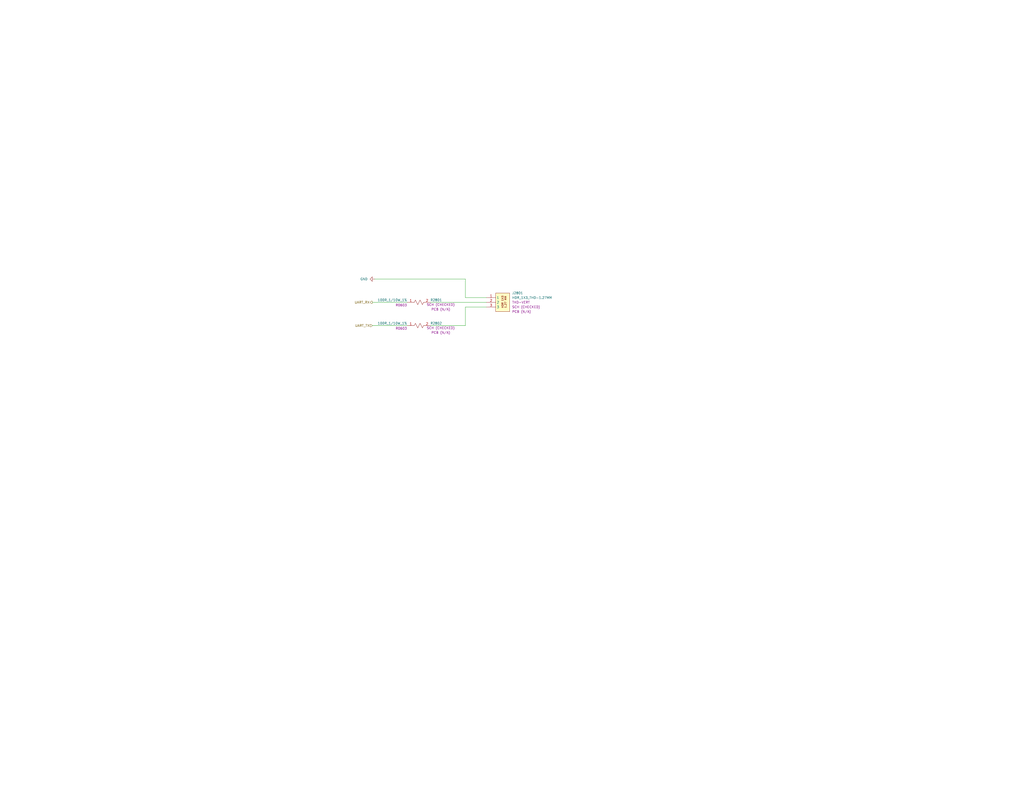
<source format=kicad_sch>
(kicad_sch (version 20231120) (generator "eeschema") (generator_version "8.0")
  (paper "C")
  (title_block (title "_HW_Quadcopter") (date "2024-03-27") (rev "01") (company "Mend0z0") (comment 1 "01") (comment 2 "RELEASED") (comment 3 "Siavash Taher Parvar") (comment 8 "N/A") (comment 9 "First Version"))
  (lib_symbols
    (symbol "_SCHLIB_Qcopter:CONN_HDR_1X3_VERT_THD-1.27MM"
      (property "Reference" "J" (at 3.556 4.064 0))
      (property "Value" "HDR_1X3_THD-1.27MM" (at 3.81 6.604 0))
      (property "Package" "THD-VERT" (at 3.556 33.782 0))
      (property "SCH CHECK" "SCH (CHECKED)" (at 3.556 28.702 0))
      (property "PCB CHECK" "PCB (N/A)" (at 3.556 31.242 0))
      (symbol "CONN_HDR_1X3_VERT_THD-1.27MM_1_1"
        (rectangle (start 5.08 0) (end 12.7 -10.16) (fill (type background)))
        (text "HDR 1X3\n1.27 MM" (at 9.652 -4.826 900) (effects (font (size 1.016 1.016))))
        (pin passive line (at 0 -2.54 0) (length 5.08) (name "1") (number "1"))
        (pin passive line (at 0 -5.08 0) (length 5.08) (name "2") (number "2"))
        (pin passive line (at 0 -7.62 0) (length 5.08) (name "3") (number "3"))
      )
    )
    (symbol "_SCHLIB_Qcopter:RES_100R_1/10W_1%_R0603"
      (property "Reference" "R" (at 3.556 4.064 0))
      (property "Value" "100R_1/10W_1%" (at 3.556 6.604 0))
      (property "Package" "R0603" (at 3.81 35.306 0))
      (property "SCH CHECK" "SCH (CHECKED)" (at 3.81 29.972 0))
      (property "PCB CHECK" "PCB (N/A)" (at 3.81 32.512 0))
      (symbol "RES_100R_1/10W_1%_R0603_0_0"
        (polyline (pts (xy 3.81 0) (xy 4.445 1.27) (xy 5.715 -1.27) (xy 6.985 1.27) (xy 8.255 -1.27) (xy 8.89 0)))
      )
      (symbol "RES_100R_1/10W_1%_R0603_1_1"
        (pin passive line (at 0 0 0) (length 3.81) (name "") (number "1"))
        (pin passive line (at 12.7 0 180) (length 3.81) (name "") (number "2"))
      )
    )
    (symbol "power:GND" (power) (pin_numbers hide) (pin_names (offset 0) hide)
      (property "Value" "GND" (at 0 -3.81 0))
      (symbol "GND_0_1"
        (polyline (pts (xy 0 0) (xy 0 -1.27) (xy 1.27 -1.27) (xy 0 -2.54) (xy -1.27 -1.27) (xy 0 -1.27)))
      )
      (symbol "GND_1_1"
        (pin power_in line (at 0 0 270) (length 0) (name "~") (number "1"))
      )
    )
  )
  (wire (pts (xy 254 152.4) (xy 254 162.56)))
  (wire (pts (xy 254 177.8) (xy 254 167.64)))
  (wire (pts (xy 204.47 152.4) (xy 254 152.4)))
  (wire (pts (xy 234.95 177.8) (xy 254 177.8)))
  (wire (pts (xy 203.2 165.1) (xy 222.25 165.1)))
  (wire (pts (xy 234.95 165.1) (xy 265.43 165.1)))
  (wire (pts (xy 254 162.56) (xy 265.43 162.56)))
  (wire (pts (xy 254 167.64) (xy 265.43 167.64)))
  (wire (pts (xy 203.2 177.8) (xy 222.25 177.8)))
  (hierarchical_label "UART_RX" (shape output) (at 203.2 165.1 180))
  (hierarchical_label "UART_TX" (shape input) (at 203.2 177.8 180))
  (symbol (lib_id "_SCHLIB_Qcopter:CONN_HDR_1X3_VERT_THD-1.27MM") (at 265.43 160.02 0) (unit 1)
    (property "Reference" "J2801" (at 279.4 160.0199 0) (effects (justify left)))
    (property "Value" "HDR_1X3_THD-1.27MM" (at 279.4 162.5599 0) (effects (justify left)))
    (property "Footprint" "Connector_PinHeader_1.27mm:PinHeader_1x03_P1.27mm_Vertical" (effects (hide yes)))
    (property "Datasheet" "https://app.adam-tech.com/products/download/data_sheet/199953/hph1-b-xx-ua-data-sheet.pdf" (effects (hide yes)))
    (property "Description" "Connector Header Through Hole 3 position 0.050\" (1.27mm)" (effects (hide yes)))
    (property "Package" "THD-VERT" (at 279.4 165.0999 0) (effects (justify left)))
    (property "Part Number (Manufacturer)" "HPH1-B-03-UA" (effects (hide yes)))
    (property "Manufacturer" "Adam Tech" (effects (hide yes)))
    (property "Part Number (Vendor)" "2057-HPH1-B-03-UA-ND" (effects (hide yes)))
    (property "Vendor" "Digikey" (effects (hide yes)))
    (property "Purchase Link" "https://www.digikey.ca/en/products/detail/adam-tech/HPH1-B-03-UA/9831285" (effects (hide yes)))
    (property "SCH CHECK" "SCH (CHECKED)" (at 279.4 167.6399 0) (effects (justify left)))
    (property "PCB CHECK" "PCB (N/A)" (at 279.4 170.1799 0) (effects (justify left)))
  )
  (symbol (lib_id "power:GND") (at 204.47 152.4 270) (unit 1)
    (property "Reference" "#PWR02801" (effects (hide yes)))
    (property "Value" "GND" (at 200.66 152.3999 90) (effects (justify right)))
    (property "Description" "Power symbol creates a global label with name \"GND\" , ground" (effects (hide yes)))
  )
  (symbol (lib_id "_SCHLIB_Qcopter:RES_100R_1/10W_1%_R0603") (at 222.25 165.1 0) (unit 1)
    (property "Reference" "R2801" (at 237.998 163.83 0))
    (property "Value" "100R_1/10W_1%" (at 214.122 163.83 0))
    (property "Footprint" "Resistor_SMD:R_0603_1608Metric" (effects (hide yes)))
    (property "Datasheet" "https://www.seielect.com/catalog/sei-rmcf_rmcp.pdf" (effects (hide yes)))
    (property "Description" "100 Ohms ±1% 0.1W, 1/10W Chip Resistor 0603 (1608 Metric) Automotive AEC-Q200 Thick Film" (effects (hide yes)))
    (property "Package" "R0603" (at 218.948 166.624 0))
    (property "Part Number (Manufacturer)" "RMCF0603FT100R" (effects (hide yes)))
    (property "Manufacturer" "Stackpole Electronics Inc" (effects (hide yes)))
    (property "Part Number (Vendor)" "RMCF0603FT100RTR-ND" (effects (hide yes)))
    (property "Vendor" "Digikey" (effects (hide yes)))
    (property "Purchase Link" "https://www.digikey.ca/en/products/detail/stackpole-electronics-inc/RMCF0603FT100R/1761113" (effects (hide yes)))
    (property "SCH CHECK" "SCH (CHECKED)" (at 240.538 166.37 0))
    (property "PCB CHECK" "PCB (N/A)" (at 240.538 168.91 0))
  )
  (symbol (lib_id "_SCHLIB_Qcopter:RES_100R_1/10W_1%_R0603") (at 222.25 177.8 0) (unit 1)
    (property "Reference" "R2802" (at 237.998 176.53 0))
    (property "Value" "100R_1/10W_1%" (at 214.122 176.53 0))
    (property "Footprint" "Resistor_SMD:R_0603_1608Metric" (effects (hide yes)))
    (property "Datasheet" "https://www.seielect.com/catalog/sei-rmcf_rmcp.pdf" (effects (hide yes)))
    (property "Description" "100 Ohms ±1% 0.1W, 1/10W Chip Resistor 0603 (1608 Metric) Automotive AEC-Q200 Thick Film" (effects (hide yes)))
    (property "Package" "R0603" (at 218.948 179.324 0))
    (property "Part Number (Manufacturer)" "RMCF0603FT100R" (effects (hide yes)))
    (property "Manufacturer" "Stackpole Electronics Inc" (effects (hide yes)))
    (property "Part Number (Vendor)" "RMCF0603FT100RTR-ND" (effects (hide yes)))
    (property "Vendor" "Digikey" (effects (hide yes)))
    (property "Purchase Link" "https://www.digikey.ca/en/products/detail/stackpole-electronics-inc/RMCF0603FT100R/1761113" (effects (hide yes)))
    (property "SCH CHECK" "SCH (CHECKED)" (at 240.538 179.07 0))
    (property "PCB CHECK" "PCB (N/A)" (at 240.538 181.61 0))
  )
)
</source>
